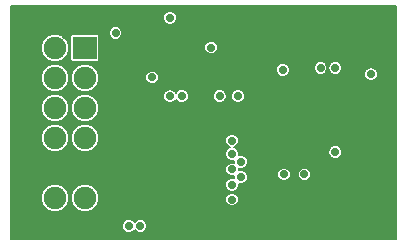
<source format=gbr>
G04 #@! TF.GenerationSoftware,KiCad,Pcbnew,5.0.2*
G04 #@! TF.CreationDate,2020-07-22T00:18:21+02:00*
G04 #@! TF.ProjectId,pmod-wifi-esp32,706d6f64-2d77-4696-9669-2d6573703332,1*
G04 #@! TF.SameCoordinates,Original*
G04 #@! TF.FileFunction,Copper,L2,Inr*
G04 #@! TF.FilePolarity,Positive*
%FSLAX46Y46*%
G04 Gerber Fmt 4.6, Leading zero omitted, Abs format (unit mm)*
G04 Created by KiCad (PCBNEW 5.0.2) date mer. 22 juil. 2020 00:18:21 CEST*
%MOMM*%
%LPD*%
G01*
G04 APERTURE LIST*
G04 #@! TA.AperFunction,ViaPad*
%ADD10R,2.000000X1.900000*%
G04 #@! TD*
G04 #@! TA.AperFunction,ViaPad*
%ADD11C,1.900000*%
G04 #@! TD*
G04 #@! TA.AperFunction,ViaPad*
%ADD12C,0.711200*%
G04 #@! TD*
G04 #@! TA.AperFunction,Conductor*
%ADD13C,0.304800*%
G04 #@! TD*
G04 #@! TA.AperFunction,Conductor*
%ADD14C,0.152400*%
G04 #@! TD*
G04 APERTURE END LIST*
D10*
G04 #@! TO.N,PMOD_CTS*
G04 #@! TO.C,P1*
X136040000Y-98650000D03*
D11*
G04 #@! TO.N,PMOD_TXD*
X136040000Y-101190000D03*
G04 #@! TO.N,PMOD_RXD*
X136040000Y-103730000D03*
G04 #@! TO.N,PMOD_RTS*
X136040000Y-106270000D03*
G04 #@! TO.N,GND*
X136040000Y-108810000D03*
G04 #@! TO.N,VCC*
X136040000Y-111350000D03*
G04 #@! TO.N,PMOD_IRQ*
X133500000Y-98650000D03*
G04 #@! TO.N,PMOD_RST*
X133500000Y-101190000D03*
G04 #@! TO.N,Net-(P1-Pad9)*
X133500000Y-103730000D03*
G04 #@! TO.N,Net-(P1-Pad10)*
X133500000Y-106270000D03*
G04 #@! TO.N,GND*
X133500000Y-108810000D03*
G04 #@! TO.N,VCC*
X133500000Y-111350000D03*
G04 #@! TD*
D12*
G04 #@! TO.N,GND*
X152250000Y-110750000D03*
X154750000Y-112750000D03*
X156500000Y-113500000D03*
X160750000Y-109750000D03*
X160250000Y-108260000D03*
X162000000Y-108260000D03*
X149250000Y-111000000D03*
X157610000Y-103750000D03*
X158740000Y-100900000D03*
X149750000Y-96100000D03*
X132900000Y-113800000D03*
X139750000Y-97390000D03*
X152800000Y-97000000D03*
X162000000Y-97400000D03*
X152250000Y-104250000D03*
X152250000Y-105750000D03*
X153750000Y-104250000D03*
X153750000Y-105750000D03*
G04 #@! TO.N,PMOD_CTS*
X148500000Y-108950000D03*
G04 #@! TO.N,PMOD_TXD*
X149250000Y-109600000D03*
G04 #@! TO.N,PMOD_RXD*
X148500000Y-110250000D03*
G04 #@! TO.N,PMOD_RTS*
X149250000Y-108300000D03*
X148500000Y-111500000D03*
G04 #@! TO.N,PMOD_RST*
X156000000Y-100350000D03*
X138640000Y-97390000D03*
G04 #@! TO.N,+3.3V*
X154630000Y-109370000D03*
X152900000Y-109370000D03*
X148500000Y-107630000D03*
X160260000Y-100900000D03*
X157250000Y-100350000D03*
X139750000Y-113750000D03*
X140750000Y-113740000D03*
X152800000Y-100500000D03*
X157250000Y-107500000D03*
G04 #@! TO.N,+VMEM*
X149000000Y-102750000D03*
X141750000Y-101160000D03*
G04 #@! TO.N,FL_D3*
X147450000Y-102750000D03*
X144250000Y-102750000D03*
G04 #@! TO.N,FL_D0*
X143250000Y-102760000D03*
X143250000Y-96100000D03*
G04 #@! TO.N,FL_D1*
X148500000Y-106500000D03*
X146750000Y-98630000D03*
G04 #@! TD*
D13*
G04 #@! TO.N,GND*
X152250000Y-105750000D02*
X152250000Y-108000000D01*
X152250000Y-108000000D02*
X149250000Y-111000000D01*
X152250000Y-110750000D02*
X153950000Y-110750000D01*
X153950000Y-110750000D02*
X154750000Y-111550000D01*
X154750000Y-111550000D02*
X154750000Y-112750000D01*
G04 #@! TD*
D14*
G04 #@! TO.N,GND*
G36*
X162423800Y-114856400D02*
X129753600Y-114856400D01*
X129753600Y-113633795D01*
X139165800Y-113633795D01*
X139165800Y-113866205D01*
X139254739Y-114080923D01*
X139419077Y-114245261D01*
X139633795Y-114334200D01*
X139866205Y-114334200D01*
X140080923Y-114245261D01*
X140245261Y-114080923D01*
X140252071Y-114064482D01*
X140254739Y-114070923D01*
X140419077Y-114235261D01*
X140633795Y-114324200D01*
X140866205Y-114324200D01*
X141080923Y-114235261D01*
X141245261Y-114070923D01*
X141334200Y-113856205D01*
X141334200Y-113623795D01*
X141245261Y-113409077D01*
X141080923Y-113244739D01*
X140866205Y-113155800D01*
X140633795Y-113155800D01*
X140419077Y-113244739D01*
X140254739Y-113409077D01*
X140247929Y-113425518D01*
X140245261Y-113419077D01*
X140080923Y-113254739D01*
X139866205Y-113165800D01*
X139633795Y-113165800D01*
X139419077Y-113254739D01*
X139254739Y-113419077D01*
X139165800Y-113633795D01*
X129753600Y-113633795D01*
X129753600Y-111115562D01*
X132321400Y-111115562D01*
X132321400Y-111584438D01*
X132500831Y-112017623D01*
X132832377Y-112349169D01*
X133265562Y-112528600D01*
X133734438Y-112528600D01*
X134167623Y-112349169D01*
X134499169Y-112017623D01*
X134678600Y-111584438D01*
X134678600Y-111115562D01*
X134861400Y-111115562D01*
X134861400Y-111584438D01*
X135040831Y-112017623D01*
X135372377Y-112349169D01*
X135805562Y-112528600D01*
X136274438Y-112528600D01*
X136707623Y-112349169D01*
X137039169Y-112017623D01*
X137218600Y-111584438D01*
X137218600Y-111383795D01*
X147915800Y-111383795D01*
X147915800Y-111616205D01*
X148004739Y-111830923D01*
X148169077Y-111995261D01*
X148383795Y-112084200D01*
X148616205Y-112084200D01*
X148830923Y-111995261D01*
X148995261Y-111830923D01*
X149084200Y-111616205D01*
X149084200Y-111383795D01*
X148995261Y-111169077D01*
X148830923Y-111004739D01*
X148616205Y-110915800D01*
X148383795Y-110915800D01*
X148169077Y-111004739D01*
X148004739Y-111169077D01*
X147915800Y-111383795D01*
X137218600Y-111383795D01*
X137218600Y-111115562D01*
X137039169Y-110682377D01*
X136707623Y-110350831D01*
X136274438Y-110171400D01*
X135805562Y-110171400D01*
X135372377Y-110350831D01*
X135040831Y-110682377D01*
X134861400Y-111115562D01*
X134678600Y-111115562D01*
X134499169Y-110682377D01*
X134167623Y-110350831D01*
X133734438Y-110171400D01*
X133265562Y-110171400D01*
X132832377Y-110350831D01*
X132500831Y-110682377D01*
X132321400Y-111115562D01*
X129753600Y-111115562D01*
X129753600Y-106035562D01*
X132321400Y-106035562D01*
X132321400Y-106504438D01*
X132500831Y-106937623D01*
X132832377Y-107269169D01*
X133265562Y-107448600D01*
X133734438Y-107448600D01*
X134167623Y-107269169D01*
X134499169Y-106937623D01*
X134678600Y-106504438D01*
X134678600Y-106035562D01*
X134861400Y-106035562D01*
X134861400Y-106504438D01*
X135040831Y-106937623D01*
X135372377Y-107269169D01*
X135805562Y-107448600D01*
X136274438Y-107448600D01*
X136707623Y-107269169D01*
X137039169Y-106937623D01*
X137218600Y-106504438D01*
X137218600Y-106383795D01*
X147915800Y-106383795D01*
X147915800Y-106616205D01*
X148004739Y-106830923D01*
X148169077Y-106995261D01*
X148337442Y-107065000D01*
X148169077Y-107134739D01*
X148004739Y-107299077D01*
X147915800Y-107513795D01*
X147915800Y-107746205D01*
X148004739Y-107960923D01*
X148169077Y-108125261D01*
X148383795Y-108214200D01*
X148616205Y-108214200D01*
X148665800Y-108193657D01*
X148665800Y-108386343D01*
X148616205Y-108365800D01*
X148383795Y-108365800D01*
X148169077Y-108454739D01*
X148004739Y-108619077D01*
X147915800Y-108833795D01*
X147915800Y-109066205D01*
X148004739Y-109280923D01*
X148169077Y-109445261D01*
X148383795Y-109534200D01*
X148616205Y-109534200D01*
X148665800Y-109513657D01*
X148665800Y-109686343D01*
X148616205Y-109665800D01*
X148383795Y-109665800D01*
X148169077Y-109754739D01*
X148004739Y-109919077D01*
X147915800Y-110133795D01*
X147915800Y-110366205D01*
X148004739Y-110580923D01*
X148169077Y-110745261D01*
X148383795Y-110834200D01*
X148616205Y-110834200D01*
X148830923Y-110745261D01*
X148995261Y-110580923D01*
X149084200Y-110366205D01*
X149084200Y-110163657D01*
X149133795Y-110184200D01*
X149366205Y-110184200D01*
X149580923Y-110095261D01*
X149745261Y-109930923D01*
X149834200Y-109716205D01*
X149834200Y-109483795D01*
X149745261Y-109269077D01*
X149729979Y-109253795D01*
X152315800Y-109253795D01*
X152315800Y-109486205D01*
X152404739Y-109700923D01*
X152569077Y-109865261D01*
X152783795Y-109954200D01*
X153016205Y-109954200D01*
X153230923Y-109865261D01*
X153395261Y-109700923D01*
X153484200Y-109486205D01*
X153484200Y-109253795D01*
X154045800Y-109253795D01*
X154045800Y-109486205D01*
X154134739Y-109700923D01*
X154299077Y-109865261D01*
X154513795Y-109954200D01*
X154746205Y-109954200D01*
X154960923Y-109865261D01*
X155125261Y-109700923D01*
X155214200Y-109486205D01*
X155214200Y-109253795D01*
X155125261Y-109039077D01*
X154960923Y-108874739D01*
X154746205Y-108785800D01*
X154513795Y-108785800D01*
X154299077Y-108874739D01*
X154134739Y-109039077D01*
X154045800Y-109253795D01*
X153484200Y-109253795D01*
X153395261Y-109039077D01*
X153230923Y-108874739D01*
X153016205Y-108785800D01*
X152783795Y-108785800D01*
X152569077Y-108874739D01*
X152404739Y-109039077D01*
X152315800Y-109253795D01*
X149729979Y-109253795D01*
X149580923Y-109104739D01*
X149366205Y-109015800D01*
X149133795Y-109015800D01*
X149084200Y-109036343D01*
X149084200Y-108863657D01*
X149133795Y-108884200D01*
X149366205Y-108884200D01*
X149580923Y-108795261D01*
X149745261Y-108630923D01*
X149834200Y-108416205D01*
X149834200Y-108183795D01*
X149745261Y-107969077D01*
X149580923Y-107804739D01*
X149366205Y-107715800D01*
X149133795Y-107715800D01*
X149084200Y-107736343D01*
X149084200Y-107513795D01*
X149030353Y-107383795D01*
X156665800Y-107383795D01*
X156665800Y-107616205D01*
X156754739Y-107830923D01*
X156919077Y-107995261D01*
X157133795Y-108084200D01*
X157366205Y-108084200D01*
X157580923Y-107995261D01*
X157745261Y-107830923D01*
X157834200Y-107616205D01*
X157834200Y-107383795D01*
X157745261Y-107169077D01*
X157580923Y-107004739D01*
X157366205Y-106915800D01*
X157133795Y-106915800D01*
X156919077Y-107004739D01*
X156754739Y-107169077D01*
X156665800Y-107383795D01*
X149030353Y-107383795D01*
X148995261Y-107299077D01*
X148830923Y-107134739D01*
X148662558Y-107065000D01*
X148830923Y-106995261D01*
X148995261Y-106830923D01*
X149084200Y-106616205D01*
X149084200Y-106383795D01*
X148995261Y-106169077D01*
X148830923Y-106004739D01*
X148616205Y-105915800D01*
X148383795Y-105915800D01*
X148169077Y-106004739D01*
X148004739Y-106169077D01*
X147915800Y-106383795D01*
X137218600Y-106383795D01*
X137218600Y-106035562D01*
X137039169Y-105602377D01*
X136707623Y-105270831D01*
X136274438Y-105091400D01*
X135805562Y-105091400D01*
X135372377Y-105270831D01*
X135040831Y-105602377D01*
X134861400Y-106035562D01*
X134678600Y-106035562D01*
X134499169Y-105602377D01*
X134167623Y-105270831D01*
X133734438Y-105091400D01*
X133265562Y-105091400D01*
X132832377Y-105270831D01*
X132500831Y-105602377D01*
X132321400Y-106035562D01*
X129753600Y-106035562D01*
X129753600Y-103495562D01*
X132321400Y-103495562D01*
X132321400Y-103964438D01*
X132500831Y-104397623D01*
X132832377Y-104729169D01*
X133265562Y-104908600D01*
X133734438Y-104908600D01*
X134167623Y-104729169D01*
X134499169Y-104397623D01*
X134678600Y-103964438D01*
X134678600Y-103495562D01*
X134861400Y-103495562D01*
X134861400Y-103964438D01*
X135040831Y-104397623D01*
X135372377Y-104729169D01*
X135805562Y-104908600D01*
X136274438Y-104908600D01*
X136707623Y-104729169D01*
X137039169Y-104397623D01*
X137218600Y-103964438D01*
X137218600Y-103495562D01*
X137039169Y-103062377D01*
X136707623Y-102730831D01*
X136497500Y-102643795D01*
X142665800Y-102643795D01*
X142665800Y-102876205D01*
X142754739Y-103090923D01*
X142919077Y-103255261D01*
X143133795Y-103344200D01*
X143366205Y-103344200D01*
X143580923Y-103255261D01*
X143745261Y-103090923D01*
X143752071Y-103074482D01*
X143754739Y-103080923D01*
X143919077Y-103245261D01*
X144133795Y-103334200D01*
X144366205Y-103334200D01*
X144580923Y-103245261D01*
X144745261Y-103080923D01*
X144834200Y-102866205D01*
X144834200Y-102633795D01*
X146865800Y-102633795D01*
X146865800Y-102866205D01*
X146954739Y-103080923D01*
X147119077Y-103245261D01*
X147333795Y-103334200D01*
X147566205Y-103334200D01*
X147780923Y-103245261D01*
X147945261Y-103080923D01*
X148034200Y-102866205D01*
X148034200Y-102633795D01*
X148415800Y-102633795D01*
X148415800Y-102866205D01*
X148504739Y-103080923D01*
X148669077Y-103245261D01*
X148883795Y-103334200D01*
X149116205Y-103334200D01*
X149330923Y-103245261D01*
X149495261Y-103080923D01*
X149584200Y-102866205D01*
X149584200Y-102633795D01*
X149495261Y-102419077D01*
X149330923Y-102254739D01*
X149116205Y-102165800D01*
X148883795Y-102165800D01*
X148669077Y-102254739D01*
X148504739Y-102419077D01*
X148415800Y-102633795D01*
X148034200Y-102633795D01*
X147945261Y-102419077D01*
X147780923Y-102254739D01*
X147566205Y-102165800D01*
X147333795Y-102165800D01*
X147119077Y-102254739D01*
X146954739Y-102419077D01*
X146865800Y-102633795D01*
X144834200Y-102633795D01*
X144745261Y-102419077D01*
X144580923Y-102254739D01*
X144366205Y-102165800D01*
X144133795Y-102165800D01*
X143919077Y-102254739D01*
X143754739Y-102419077D01*
X143747929Y-102435518D01*
X143745261Y-102429077D01*
X143580923Y-102264739D01*
X143366205Y-102175800D01*
X143133795Y-102175800D01*
X142919077Y-102264739D01*
X142754739Y-102429077D01*
X142665800Y-102643795D01*
X136497500Y-102643795D01*
X136274438Y-102551400D01*
X135805562Y-102551400D01*
X135372377Y-102730831D01*
X135040831Y-103062377D01*
X134861400Y-103495562D01*
X134678600Y-103495562D01*
X134499169Y-103062377D01*
X134167623Y-102730831D01*
X133734438Y-102551400D01*
X133265562Y-102551400D01*
X132832377Y-102730831D01*
X132500831Y-103062377D01*
X132321400Y-103495562D01*
X129753600Y-103495562D01*
X129753600Y-100955562D01*
X132321400Y-100955562D01*
X132321400Y-101424438D01*
X132500831Y-101857623D01*
X132832377Y-102189169D01*
X133265562Y-102368600D01*
X133734438Y-102368600D01*
X134167623Y-102189169D01*
X134499169Y-101857623D01*
X134678600Y-101424438D01*
X134678600Y-100955562D01*
X134861400Y-100955562D01*
X134861400Y-101424438D01*
X135040831Y-101857623D01*
X135372377Y-102189169D01*
X135805562Y-102368600D01*
X136274438Y-102368600D01*
X136707623Y-102189169D01*
X137039169Y-101857623D01*
X137218600Y-101424438D01*
X137218600Y-101043795D01*
X141165800Y-101043795D01*
X141165800Y-101276205D01*
X141254739Y-101490923D01*
X141419077Y-101655261D01*
X141633795Y-101744200D01*
X141866205Y-101744200D01*
X142080923Y-101655261D01*
X142245261Y-101490923D01*
X142334200Y-101276205D01*
X142334200Y-101043795D01*
X142245261Y-100829077D01*
X142080923Y-100664739D01*
X141866205Y-100575800D01*
X141633795Y-100575800D01*
X141419077Y-100664739D01*
X141254739Y-100829077D01*
X141165800Y-101043795D01*
X137218600Y-101043795D01*
X137218600Y-100955562D01*
X137039169Y-100522377D01*
X136900587Y-100383795D01*
X152215800Y-100383795D01*
X152215800Y-100616205D01*
X152304739Y-100830923D01*
X152469077Y-100995261D01*
X152683795Y-101084200D01*
X152916205Y-101084200D01*
X153130923Y-100995261D01*
X153295261Y-100830923D01*
X153384200Y-100616205D01*
X153384200Y-100383795D01*
X153322069Y-100233795D01*
X155415800Y-100233795D01*
X155415800Y-100466205D01*
X155504739Y-100680923D01*
X155669077Y-100845261D01*
X155883795Y-100934200D01*
X156116205Y-100934200D01*
X156330923Y-100845261D01*
X156495261Y-100680923D01*
X156584200Y-100466205D01*
X156584200Y-100233795D01*
X156665800Y-100233795D01*
X156665800Y-100466205D01*
X156754739Y-100680923D01*
X156919077Y-100845261D01*
X157133795Y-100934200D01*
X157366205Y-100934200D01*
X157580923Y-100845261D01*
X157642389Y-100783795D01*
X159675800Y-100783795D01*
X159675800Y-101016205D01*
X159764739Y-101230923D01*
X159929077Y-101395261D01*
X160143795Y-101484200D01*
X160376205Y-101484200D01*
X160590923Y-101395261D01*
X160755261Y-101230923D01*
X160844200Y-101016205D01*
X160844200Y-100783795D01*
X160755261Y-100569077D01*
X160590923Y-100404739D01*
X160376205Y-100315800D01*
X160143795Y-100315800D01*
X159929077Y-100404739D01*
X159764739Y-100569077D01*
X159675800Y-100783795D01*
X157642389Y-100783795D01*
X157745261Y-100680923D01*
X157834200Y-100466205D01*
X157834200Y-100233795D01*
X157745261Y-100019077D01*
X157580923Y-99854739D01*
X157366205Y-99765800D01*
X157133795Y-99765800D01*
X156919077Y-99854739D01*
X156754739Y-100019077D01*
X156665800Y-100233795D01*
X156584200Y-100233795D01*
X156495261Y-100019077D01*
X156330923Y-99854739D01*
X156116205Y-99765800D01*
X155883795Y-99765800D01*
X155669077Y-99854739D01*
X155504739Y-100019077D01*
X155415800Y-100233795D01*
X153322069Y-100233795D01*
X153295261Y-100169077D01*
X153130923Y-100004739D01*
X152916205Y-99915800D01*
X152683795Y-99915800D01*
X152469077Y-100004739D01*
X152304739Y-100169077D01*
X152215800Y-100383795D01*
X136900587Y-100383795D01*
X136707623Y-100190831D01*
X136274438Y-100011400D01*
X135805562Y-100011400D01*
X135372377Y-100190831D01*
X135040831Y-100522377D01*
X134861400Y-100955562D01*
X134678600Y-100955562D01*
X134499169Y-100522377D01*
X134167623Y-100190831D01*
X133734438Y-100011400D01*
X133265562Y-100011400D01*
X132832377Y-100190831D01*
X132500831Y-100522377D01*
X132321400Y-100955562D01*
X129753600Y-100955562D01*
X129753600Y-98415562D01*
X132321400Y-98415562D01*
X132321400Y-98884438D01*
X132500831Y-99317623D01*
X132832377Y-99649169D01*
X133265562Y-99828600D01*
X133734438Y-99828600D01*
X134167623Y-99649169D01*
X134499169Y-99317623D01*
X134678600Y-98884438D01*
X134678600Y-98415562D01*
X134499169Y-97982377D01*
X134216792Y-97700000D01*
X134806922Y-97700000D01*
X134806922Y-99600000D01*
X134824664Y-99689195D01*
X134875189Y-99764811D01*
X134950805Y-99815336D01*
X135040000Y-99833078D01*
X137040000Y-99833078D01*
X137129195Y-99815336D01*
X137204811Y-99764811D01*
X137255336Y-99689195D01*
X137273078Y-99600000D01*
X137273078Y-98513795D01*
X146165800Y-98513795D01*
X146165800Y-98746205D01*
X146254739Y-98960923D01*
X146419077Y-99125261D01*
X146633795Y-99214200D01*
X146866205Y-99214200D01*
X147080923Y-99125261D01*
X147245261Y-98960923D01*
X147334200Y-98746205D01*
X147334200Y-98513795D01*
X147245261Y-98299077D01*
X147080923Y-98134739D01*
X146866205Y-98045800D01*
X146633795Y-98045800D01*
X146419077Y-98134739D01*
X146254739Y-98299077D01*
X146165800Y-98513795D01*
X137273078Y-98513795D01*
X137273078Y-97700000D01*
X137255336Y-97610805D01*
X137204811Y-97535189D01*
X137129195Y-97484664D01*
X137040000Y-97466922D01*
X135040000Y-97466922D01*
X134950805Y-97484664D01*
X134875189Y-97535189D01*
X134824664Y-97610805D01*
X134806922Y-97700000D01*
X134216792Y-97700000D01*
X134167623Y-97650831D01*
X133734438Y-97471400D01*
X133265562Y-97471400D01*
X132832377Y-97650831D01*
X132500831Y-97982377D01*
X132321400Y-98415562D01*
X129753600Y-98415562D01*
X129753600Y-97273795D01*
X138055800Y-97273795D01*
X138055800Y-97506205D01*
X138144739Y-97720923D01*
X138309077Y-97885261D01*
X138523795Y-97974200D01*
X138756205Y-97974200D01*
X138970923Y-97885261D01*
X139135261Y-97720923D01*
X139224200Y-97506205D01*
X139224200Y-97273795D01*
X139135261Y-97059077D01*
X138970923Y-96894739D01*
X138756205Y-96805800D01*
X138523795Y-96805800D01*
X138309077Y-96894739D01*
X138144739Y-97059077D01*
X138055800Y-97273795D01*
X129753600Y-97273795D01*
X129753600Y-95983795D01*
X142665800Y-95983795D01*
X142665800Y-96216205D01*
X142754739Y-96430923D01*
X142919077Y-96595261D01*
X143133795Y-96684200D01*
X143366205Y-96684200D01*
X143580923Y-96595261D01*
X143745261Y-96430923D01*
X143834200Y-96216205D01*
X143834200Y-95983795D01*
X143745261Y-95769077D01*
X143580923Y-95604739D01*
X143366205Y-95515800D01*
X143133795Y-95515800D01*
X142919077Y-95604739D01*
X142754739Y-95769077D01*
X142665800Y-95983795D01*
X129753600Y-95983795D01*
X129753600Y-95143600D01*
X162423800Y-95143600D01*
X162423800Y-114856400D01*
X162423800Y-114856400D01*
G37*
X162423800Y-114856400D02*
X129753600Y-114856400D01*
X129753600Y-113633795D01*
X139165800Y-113633795D01*
X139165800Y-113866205D01*
X139254739Y-114080923D01*
X139419077Y-114245261D01*
X139633795Y-114334200D01*
X139866205Y-114334200D01*
X140080923Y-114245261D01*
X140245261Y-114080923D01*
X140252071Y-114064482D01*
X140254739Y-114070923D01*
X140419077Y-114235261D01*
X140633795Y-114324200D01*
X140866205Y-114324200D01*
X141080923Y-114235261D01*
X141245261Y-114070923D01*
X141334200Y-113856205D01*
X141334200Y-113623795D01*
X141245261Y-113409077D01*
X141080923Y-113244739D01*
X140866205Y-113155800D01*
X140633795Y-113155800D01*
X140419077Y-113244739D01*
X140254739Y-113409077D01*
X140247929Y-113425518D01*
X140245261Y-113419077D01*
X140080923Y-113254739D01*
X139866205Y-113165800D01*
X139633795Y-113165800D01*
X139419077Y-113254739D01*
X139254739Y-113419077D01*
X139165800Y-113633795D01*
X129753600Y-113633795D01*
X129753600Y-111115562D01*
X132321400Y-111115562D01*
X132321400Y-111584438D01*
X132500831Y-112017623D01*
X132832377Y-112349169D01*
X133265562Y-112528600D01*
X133734438Y-112528600D01*
X134167623Y-112349169D01*
X134499169Y-112017623D01*
X134678600Y-111584438D01*
X134678600Y-111115562D01*
X134861400Y-111115562D01*
X134861400Y-111584438D01*
X135040831Y-112017623D01*
X135372377Y-112349169D01*
X135805562Y-112528600D01*
X136274438Y-112528600D01*
X136707623Y-112349169D01*
X137039169Y-112017623D01*
X137218600Y-111584438D01*
X137218600Y-111383795D01*
X147915800Y-111383795D01*
X147915800Y-111616205D01*
X148004739Y-111830923D01*
X148169077Y-111995261D01*
X148383795Y-112084200D01*
X148616205Y-112084200D01*
X148830923Y-111995261D01*
X148995261Y-111830923D01*
X149084200Y-111616205D01*
X149084200Y-111383795D01*
X148995261Y-111169077D01*
X148830923Y-111004739D01*
X148616205Y-110915800D01*
X148383795Y-110915800D01*
X148169077Y-111004739D01*
X148004739Y-111169077D01*
X147915800Y-111383795D01*
X137218600Y-111383795D01*
X137218600Y-111115562D01*
X137039169Y-110682377D01*
X136707623Y-110350831D01*
X136274438Y-110171400D01*
X135805562Y-110171400D01*
X135372377Y-110350831D01*
X135040831Y-110682377D01*
X134861400Y-111115562D01*
X134678600Y-111115562D01*
X134499169Y-110682377D01*
X134167623Y-110350831D01*
X133734438Y-110171400D01*
X133265562Y-110171400D01*
X132832377Y-110350831D01*
X132500831Y-110682377D01*
X132321400Y-111115562D01*
X129753600Y-111115562D01*
X129753600Y-106035562D01*
X132321400Y-106035562D01*
X132321400Y-106504438D01*
X132500831Y-106937623D01*
X132832377Y-107269169D01*
X133265562Y-107448600D01*
X133734438Y-107448600D01*
X134167623Y-107269169D01*
X134499169Y-106937623D01*
X134678600Y-106504438D01*
X134678600Y-106035562D01*
X134861400Y-106035562D01*
X134861400Y-106504438D01*
X135040831Y-106937623D01*
X135372377Y-107269169D01*
X135805562Y-107448600D01*
X136274438Y-107448600D01*
X136707623Y-107269169D01*
X137039169Y-106937623D01*
X137218600Y-106504438D01*
X137218600Y-106383795D01*
X147915800Y-106383795D01*
X147915800Y-106616205D01*
X148004739Y-106830923D01*
X148169077Y-106995261D01*
X148337442Y-107065000D01*
X148169077Y-107134739D01*
X148004739Y-107299077D01*
X147915800Y-107513795D01*
X147915800Y-107746205D01*
X148004739Y-107960923D01*
X148169077Y-108125261D01*
X148383795Y-108214200D01*
X148616205Y-108214200D01*
X148665800Y-108193657D01*
X148665800Y-108386343D01*
X148616205Y-108365800D01*
X148383795Y-108365800D01*
X148169077Y-108454739D01*
X148004739Y-108619077D01*
X147915800Y-108833795D01*
X147915800Y-109066205D01*
X148004739Y-109280923D01*
X148169077Y-109445261D01*
X148383795Y-109534200D01*
X148616205Y-109534200D01*
X148665800Y-109513657D01*
X148665800Y-109686343D01*
X148616205Y-109665800D01*
X148383795Y-109665800D01*
X148169077Y-109754739D01*
X148004739Y-109919077D01*
X147915800Y-110133795D01*
X147915800Y-110366205D01*
X148004739Y-110580923D01*
X148169077Y-110745261D01*
X148383795Y-110834200D01*
X148616205Y-110834200D01*
X148830923Y-110745261D01*
X148995261Y-110580923D01*
X149084200Y-110366205D01*
X149084200Y-110163657D01*
X149133795Y-110184200D01*
X149366205Y-110184200D01*
X149580923Y-110095261D01*
X149745261Y-109930923D01*
X149834200Y-109716205D01*
X149834200Y-109483795D01*
X149745261Y-109269077D01*
X149729979Y-109253795D01*
X152315800Y-109253795D01*
X152315800Y-109486205D01*
X152404739Y-109700923D01*
X152569077Y-109865261D01*
X152783795Y-109954200D01*
X153016205Y-109954200D01*
X153230923Y-109865261D01*
X153395261Y-109700923D01*
X153484200Y-109486205D01*
X153484200Y-109253795D01*
X154045800Y-109253795D01*
X154045800Y-109486205D01*
X154134739Y-109700923D01*
X154299077Y-109865261D01*
X154513795Y-109954200D01*
X154746205Y-109954200D01*
X154960923Y-109865261D01*
X155125261Y-109700923D01*
X155214200Y-109486205D01*
X155214200Y-109253795D01*
X155125261Y-109039077D01*
X154960923Y-108874739D01*
X154746205Y-108785800D01*
X154513795Y-108785800D01*
X154299077Y-108874739D01*
X154134739Y-109039077D01*
X154045800Y-109253795D01*
X153484200Y-109253795D01*
X153395261Y-109039077D01*
X153230923Y-108874739D01*
X153016205Y-108785800D01*
X152783795Y-108785800D01*
X152569077Y-108874739D01*
X152404739Y-109039077D01*
X152315800Y-109253795D01*
X149729979Y-109253795D01*
X149580923Y-109104739D01*
X149366205Y-109015800D01*
X149133795Y-109015800D01*
X149084200Y-109036343D01*
X149084200Y-108863657D01*
X149133795Y-108884200D01*
X149366205Y-108884200D01*
X149580923Y-108795261D01*
X149745261Y-108630923D01*
X149834200Y-108416205D01*
X149834200Y-108183795D01*
X149745261Y-107969077D01*
X149580923Y-107804739D01*
X149366205Y-107715800D01*
X149133795Y-107715800D01*
X149084200Y-107736343D01*
X149084200Y-107513795D01*
X149030353Y-107383795D01*
X156665800Y-107383795D01*
X156665800Y-107616205D01*
X156754739Y-107830923D01*
X156919077Y-107995261D01*
X157133795Y-108084200D01*
X157366205Y-108084200D01*
X157580923Y-107995261D01*
X157745261Y-107830923D01*
X157834200Y-107616205D01*
X157834200Y-107383795D01*
X157745261Y-107169077D01*
X157580923Y-107004739D01*
X157366205Y-106915800D01*
X157133795Y-106915800D01*
X156919077Y-107004739D01*
X156754739Y-107169077D01*
X156665800Y-107383795D01*
X149030353Y-107383795D01*
X148995261Y-107299077D01*
X148830923Y-107134739D01*
X148662558Y-107065000D01*
X148830923Y-106995261D01*
X148995261Y-106830923D01*
X149084200Y-106616205D01*
X149084200Y-106383795D01*
X148995261Y-106169077D01*
X148830923Y-106004739D01*
X148616205Y-105915800D01*
X148383795Y-105915800D01*
X148169077Y-106004739D01*
X148004739Y-106169077D01*
X147915800Y-106383795D01*
X137218600Y-106383795D01*
X137218600Y-106035562D01*
X137039169Y-105602377D01*
X136707623Y-105270831D01*
X136274438Y-105091400D01*
X135805562Y-105091400D01*
X135372377Y-105270831D01*
X135040831Y-105602377D01*
X134861400Y-106035562D01*
X134678600Y-106035562D01*
X134499169Y-105602377D01*
X134167623Y-105270831D01*
X133734438Y-105091400D01*
X133265562Y-105091400D01*
X132832377Y-105270831D01*
X132500831Y-105602377D01*
X132321400Y-106035562D01*
X129753600Y-106035562D01*
X129753600Y-103495562D01*
X132321400Y-103495562D01*
X132321400Y-103964438D01*
X132500831Y-104397623D01*
X132832377Y-104729169D01*
X133265562Y-104908600D01*
X133734438Y-104908600D01*
X134167623Y-104729169D01*
X134499169Y-104397623D01*
X134678600Y-103964438D01*
X134678600Y-103495562D01*
X134861400Y-103495562D01*
X134861400Y-103964438D01*
X135040831Y-104397623D01*
X135372377Y-104729169D01*
X135805562Y-104908600D01*
X136274438Y-104908600D01*
X136707623Y-104729169D01*
X137039169Y-104397623D01*
X137218600Y-103964438D01*
X137218600Y-103495562D01*
X137039169Y-103062377D01*
X136707623Y-102730831D01*
X136497500Y-102643795D01*
X142665800Y-102643795D01*
X142665800Y-102876205D01*
X142754739Y-103090923D01*
X142919077Y-103255261D01*
X143133795Y-103344200D01*
X143366205Y-103344200D01*
X143580923Y-103255261D01*
X143745261Y-103090923D01*
X143752071Y-103074482D01*
X143754739Y-103080923D01*
X143919077Y-103245261D01*
X144133795Y-103334200D01*
X144366205Y-103334200D01*
X144580923Y-103245261D01*
X144745261Y-103080923D01*
X144834200Y-102866205D01*
X144834200Y-102633795D01*
X146865800Y-102633795D01*
X146865800Y-102866205D01*
X146954739Y-103080923D01*
X147119077Y-103245261D01*
X147333795Y-103334200D01*
X147566205Y-103334200D01*
X147780923Y-103245261D01*
X147945261Y-103080923D01*
X148034200Y-102866205D01*
X148034200Y-102633795D01*
X148415800Y-102633795D01*
X148415800Y-102866205D01*
X148504739Y-103080923D01*
X148669077Y-103245261D01*
X148883795Y-103334200D01*
X149116205Y-103334200D01*
X149330923Y-103245261D01*
X149495261Y-103080923D01*
X149584200Y-102866205D01*
X149584200Y-102633795D01*
X149495261Y-102419077D01*
X149330923Y-102254739D01*
X149116205Y-102165800D01*
X148883795Y-102165800D01*
X148669077Y-102254739D01*
X148504739Y-102419077D01*
X148415800Y-102633795D01*
X148034200Y-102633795D01*
X147945261Y-102419077D01*
X147780923Y-102254739D01*
X147566205Y-102165800D01*
X147333795Y-102165800D01*
X147119077Y-102254739D01*
X146954739Y-102419077D01*
X146865800Y-102633795D01*
X144834200Y-102633795D01*
X144745261Y-102419077D01*
X144580923Y-102254739D01*
X144366205Y-102165800D01*
X144133795Y-102165800D01*
X143919077Y-102254739D01*
X143754739Y-102419077D01*
X143747929Y-102435518D01*
X143745261Y-102429077D01*
X143580923Y-102264739D01*
X143366205Y-102175800D01*
X143133795Y-102175800D01*
X142919077Y-102264739D01*
X142754739Y-102429077D01*
X142665800Y-102643795D01*
X136497500Y-102643795D01*
X136274438Y-102551400D01*
X135805562Y-102551400D01*
X135372377Y-102730831D01*
X135040831Y-103062377D01*
X134861400Y-103495562D01*
X134678600Y-103495562D01*
X134499169Y-103062377D01*
X134167623Y-102730831D01*
X133734438Y-102551400D01*
X133265562Y-102551400D01*
X132832377Y-102730831D01*
X132500831Y-103062377D01*
X132321400Y-103495562D01*
X129753600Y-103495562D01*
X129753600Y-100955562D01*
X132321400Y-100955562D01*
X132321400Y-101424438D01*
X132500831Y-101857623D01*
X132832377Y-102189169D01*
X133265562Y-102368600D01*
X133734438Y-102368600D01*
X134167623Y-102189169D01*
X134499169Y-101857623D01*
X134678600Y-101424438D01*
X134678600Y-100955562D01*
X134861400Y-100955562D01*
X134861400Y-101424438D01*
X135040831Y-101857623D01*
X135372377Y-102189169D01*
X135805562Y-102368600D01*
X136274438Y-102368600D01*
X136707623Y-102189169D01*
X137039169Y-101857623D01*
X137218600Y-101424438D01*
X137218600Y-101043795D01*
X141165800Y-101043795D01*
X141165800Y-101276205D01*
X141254739Y-101490923D01*
X141419077Y-101655261D01*
X141633795Y-101744200D01*
X141866205Y-101744200D01*
X142080923Y-101655261D01*
X142245261Y-101490923D01*
X142334200Y-101276205D01*
X142334200Y-101043795D01*
X142245261Y-100829077D01*
X142080923Y-100664739D01*
X141866205Y-100575800D01*
X141633795Y-100575800D01*
X141419077Y-100664739D01*
X141254739Y-100829077D01*
X141165800Y-101043795D01*
X137218600Y-101043795D01*
X137218600Y-100955562D01*
X137039169Y-100522377D01*
X136900587Y-100383795D01*
X152215800Y-100383795D01*
X152215800Y-100616205D01*
X152304739Y-100830923D01*
X152469077Y-100995261D01*
X152683795Y-101084200D01*
X152916205Y-101084200D01*
X153130923Y-100995261D01*
X153295261Y-100830923D01*
X153384200Y-100616205D01*
X153384200Y-100383795D01*
X153322069Y-100233795D01*
X155415800Y-100233795D01*
X155415800Y-100466205D01*
X155504739Y-100680923D01*
X155669077Y-100845261D01*
X155883795Y-100934200D01*
X156116205Y-100934200D01*
X156330923Y-100845261D01*
X156495261Y-100680923D01*
X156584200Y-100466205D01*
X156584200Y-100233795D01*
X156665800Y-100233795D01*
X156665800Y-100466205D01*
X156754739Y-100680923D01*
X156919077Y-100845261D01*
X157133795Y-100934200D01*
X157366205Y-100934200D01*
X157580923Y-100845261D01*
X157642389Y-100783795D01*
X159675800Y-100783795D01*
X159675800Y-101016205D01*
X159764739Y-101230923D01*
X159929077Y-101395261D01*
X160143795Y-101484200D01*
X160376205Y-101484200D01*
X160590923Y-101395261D01*
X160755261Y-101230923D01*
X160844200Y-101016205D01*
X160844200Y-100783795D01*
X160755261Y-100569077D01*
X160590923Y-100404739D01*
X160376205Y-100315800D01*
X160143795Y-100315800D01*
X159929077Y-100404739D01*
X159764739Y-100569077D01*
X159675800Y-100783795D01*
X157642389Y-100783795D01*
X157745261Y-100680923D01*
X157834200Y-100466205D01*
X157834200Y-100233795D01*
X157745261Y-100019077D01*
X157580923Y-99854739D01*
X157366205Y-99765800D01*
X157133795Y-99765800D01*
X156919077Y-99854739D01*
X156754739Y-100019077D01*
X156665800Y-100233795D01*
X156584200Y-100233795D01*
X156495261Y-100019077D01*
X156330923Y-99854739D01*
X156116205Y-99765800D01*
X155883795Y-99765800D01*
X155669077Y-99854739D01*
X155504739Y-100019077D01*
X155415800Y-100233795D01*
X153322069Y-100233795D01*
X153295261Y-100169077D01*
X153130923Y-100004739D01*
X152916205Y-99915800D01*
X152683795Y-99915800D01*
X152469077Y-100004739D01*
X152304739Y-100169077D01*
X152215800Y-100383795D01*
X136900587Y-100383795D01*
X136707623Y-100190831D01*
X136274438Y-100011400D01*
X135805562Y-100011400D01*
X135372377Y-100190831D01*
X135040831Y-100522377D01*
X134861400Y-100955562D01*
X134678600Y-100955562D01*
X134499169Y-100522377D01*
X134167623Y-100190831D01*
X133734438Y-100011400D01*
X133265562Y-100011400D01*
X132832377Y-100190831D01*
X132500831Y-100522377D01*
X132321400Y-100955562D01*
X129753600Y-100955562D01*
X129753600Y-98415562D01*
X132321400Y-98415562D01*
X132321400Y-98884438D01*
X132500831Y-99317623D01*
X132832377Y-99649169D01*
X133265562Y-99828600D01*
X133734438Y-99828600D01*
X134167623Y-99649169D01*
X134499169Y-99317623D01*
X134678600Y-98884438D01*
X134678600Y-98415562D01*
X134499169Y-97982377D01*
X134216792Y-97700000D01*
X134806922Y-97700000D01*
X134806922Y-99600000D01*
X134824664Y-99689195D01*
X134875189Y-99764811D01*
X134950805Y-99815336D01*
X135040000Y-99833078D01*
X137040000Y-99833078D01*
X137129195Y-99815336D01*
X137204811Y-99764811D01*
X137255336Y-99689195D01*
X137273078Y-99600000D01*
X137273078Y-98513795D01*
X146165800Y-98513795D01*
X146165800Y-98746205D01*
X146254739Y-98960923D01*
X146419077Y-99125261D01*
X146633795Y-99214200D01*
X146866205Y-99214200D01*
X147080923Y-99125261D01*
X147245261Y-98960923D01*
X147334200Y-98746205D01*
X147334200Y-98513795D01*
X147245261Y-98299077D01*
X147080923Y-98134739D01*
X146866205Y-98045800D01*
X146633795Y-98045800D01*
X146419077Y-98134739D01*
X146254739Y-98299077D01*
X146165800Y-98513795D01*
X137273078Y-98513795D01*
X137273078Y-97700000D01*
X137255336Y-97610805D01*
X137204811Y-97535189D01*
X137129195Y-97484664D01*
X137040000Y-97466922D01*
X135040000Y-97466922D01*
X134950805Y-97484664D01*
X134875189Y-97535189D01*
X134824664Y-97610805D01*
X134806922Y-97700000D01*
X134216792Y-97700000D01*
X134167623Y-97650831D01*
X133734438Y-97471400D01*
X133265562Y-97471400D01*
X132832377Y-97650831D01*
X132500831Y-97982377D01*
X132321400Y-98415562D01*
X129753600Y-98415562D01*
X129753600Y-97273795D01*
X138055800Y-97273795D01*
X138055800Y-97506205D01*
X138144739Y-97720923D01*
X138309077Y-97885261D01*
X138523795Y-97974200D01*
X138756205Y-97974200D01*
X138970923Y-97885261D01*
X139135261Y-97720923D01*
X139224200Y-97506205D01*
X139224200Y-97273795D01*
X139135261Y-97059077D01*
X138970923Y-96894739D01*
X138756205Y-96805800D01*
X138523795Y-96805800D01*
X138309077Y-96894739D01*
X138144739Y-97059077D01*
X138055800Y-97273795D01*
X129753600Y-97273795D01*
X129753600Y-95983795D01*
X142665800Y-95983795D01*
X142665800Y-96216205D01*
X142754739Y-96430923D01*
X142919077Y-96595261D01*
X143133795Y-96684200D01*
X143366205Y-96684200D01*
X143580923Y-96595261D01*
X143745261Y-96430923D01*
X143834200Y-96216205D01*
X143834200Y-95983795D01*
X143745261Y-95769077D01*
X143580923Y-95604739D01*
X143366205Y-95515800D01*
X143133795Y-95515800D01*
X142919077Y-95604739D01*
X142754739Y-95769077D01*
X142665800Y-95983795D01*
X129753600Y-95983795D01*
X129753600Y-95143600D01*
X162423800Y-95143600D01*
X162423800Y-114856400D01*
G04 #@! TD*
M02*

</source>
